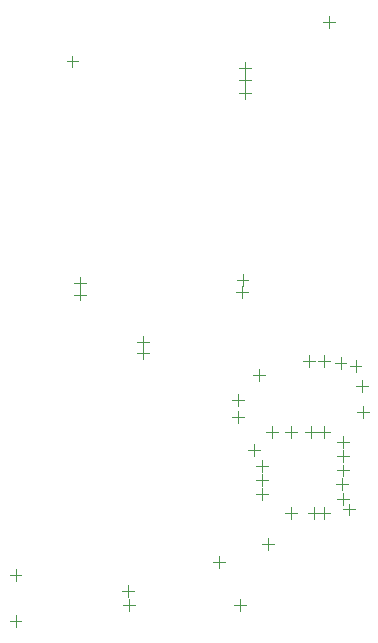
<source format=gbr>
G04*
G04 #@! TF.GenerationSoftware,Altium Limited,Altium Designer,24.1.2 (44)*
G04*
G04 Layer_Color=32896*
%FSLAX25Y25*%
%MOIN*%
G70*
G04*
G04 #@! TF.SameCoordinates,59DD8EBB-DCD7-4209-94D2-A0ED0100978B*
G04*
G04*
G04 #@! TF.FilePolarity,Positive*
G04*
G01*
G75*
%ADD144C,0.00394*%
D144*
X32883Y-382100D02*
Y-378163D01*
X30914Y-380132D02*
X34851D01*
X61188Y-370486D02*
X65125D01*
X63156Y-372455D02*
Y-368518D01*
X33036Y-386552D02*
Y-382615D01*
X31067Y-384583D02*
X35004D01*
X-6629Y-374669D02*
X-2692D01*
X-4661Y-376638D02*
Y-372701D01*
X70177Y-386551D02*
Y-382614D01*
X68209Y-384583D02*
X72146D01*
X-6629Y-390094D02*
X-2692D01*
X-4661Y-392063D02*
Y-388126D01*
X12361Y-203524D02*
X16298D01*
X14330Y-205492D02*
Y-201555D01*
X35736Y-300754D02*
X39673D01*
X37705Y-302723D02*
Y-298786D01*
X14870Y-281217D02*
X18807D01*
X16838Y-283185D02*
Y-279248D01*
X14870Y-277227D02*
X18807D01*
X16838Y-279195D02*
Y-275258D01*
X70952Y-282271D02*
Y-278334D01*
X68984Y-280302D02*
X72921D01*
X71898Y-215917D02*
Y-211980D01*
X69930Y-213949D02*
X73867D01*
X71898Y-211586D02*
Y-207649D01*
X69930Y-209618D02*
X73867D01*
X71023Y-278334D02*
Y-274397D01*
X69054Y-276365D02*
X72991D01*
X71858Y-207649D02*
Y-203713D01*
X69890Y-205681D02*
X73827D01*
X97941Y-190297D02*
X101878D01*
X99909Y-192265D02*
Y-188328D01*
X35778Y-296972D02*
X39715D01*
X37747Y-298940D02*
Y-295003D01*
X96303Y-303336D02*
X100241D01*
X98272Y-305305D02*
Y-301368D01*
X91155Y-303336D02*
X95092D01*
X93123Y-305305D02*
Y-301368D01*
X101722Y-303998D02*
X105659D01*
X103690Y-305966D02*
Y-302029D01*
X106719Y-305028D02*
X110656D01*
X108687Y-306997D02*
Y-303060D01*
X76587Y-309895D02*
Y-305958D01*
X74619Y-307927D02*
X78556D01*
X72839Y-333091D02*
X76776D01*
X74807Y-335059D02*
Y-331122D01*
X75541Y-338268D02*
X79478D01*
X77509Y-340237D02*
Y-336300D01*
X77509Y-344961D02*
Y-341024D01*
X75541Y-342992D02*
X79478D01*
X69427Y-324126D02*
Y-320189D01*
X67459Y-322157D02*
X71396D01*
X69427Y-318213D02*
Y-314276D01*
X67459Y-316244D02*
X71396D01*
X104478Y-332363D02*
Y-328426D01*
X102509Y-330394D02*
X106446D01*
X104182Y-346455D02*
Y-342518D01*
X102214Y-344486D02*
X106151D01*
X104478Y-351260D02*
Y-347323D01*
X102509Y-349292D02*
X106446D01*
X104478Y-341811D02*
Y-337874D01*
X102509Y-339843D02*
X106446D01*
X104478Y-337087D02*
Y-333150D01*
X102509Y-335119D02*
X106446D01*
X106510Y-354804D02*
Y-350867D01*
X104541Y-352835D02*
X108478D01*
X96111Y-327146D02*
X100048D01*
X98080Y-329115D02*
Y-325178D01*
X85088Y-327146D02*
X89025D01*
X87056Y-329115D02*
Y-325178D01*
X91781Y-327146D02*
X95718D01*
X93749Y-329115D02*
Y-325178D01*
X78789Y-327146D02*
X82726D01*
X80757Y-329115D02*
Y-325178D01*
X85088Y-354115D02*
X89025D01*
X87056Y-356083D02*
Y-352146D01*
X92962Y-354115D02*
X96899D01*
X94930Y-356083D02*
Y-352146D01*
X96111Y-354115D02*
X100048D01*
X98080Y-356083D02*
Y-352146D01*
X108855Y-311604D02*
X112792D01*
X110824Y-313572D02*
Y-309635D01*
X111049Y-322342D02*
Y-318405D01*
X109081Y-320374D02*
X113018D01*
X79379Y-366328D02*
Y-362391D01*
X77411Y-364360D02*
X81348D01*
X77509Y-349686D02*
Y-345748D01*
X75541Y-347717D02*
X79478D01*
M02*

</source>
